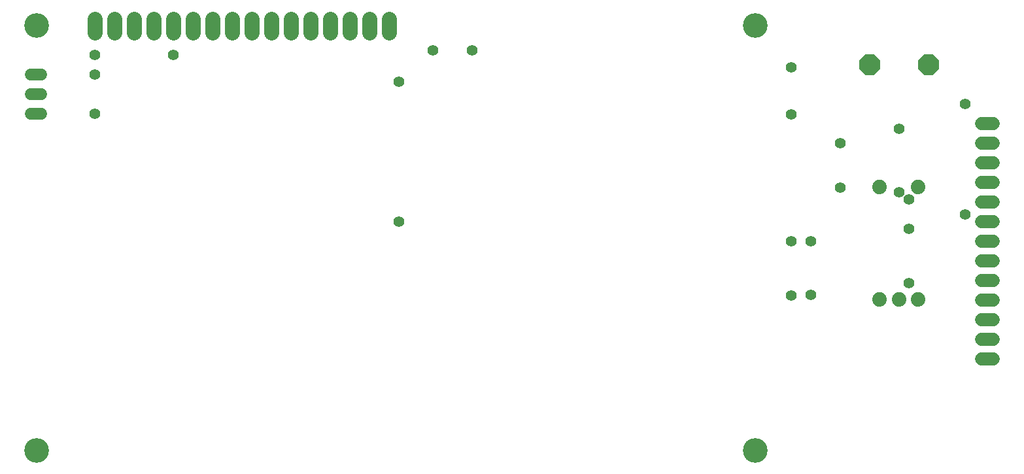
<source format=gts>
G75*
G70*
%OFA0B0*%
%FSLAX24Y24*%
%IPPOS*%
%LPD*%
%AMOC8*
5,1,8,0,0,1.08239X$1,22.5*
%
%ADD10C,0.0780*%
%ADD11C,0.1261*%
%ADD12C,0.0680*%
%ADD13C,0.0740*%
%ADD14OC8,0.1080*%
%ADD15C,0.0600*%
%ADD16C,0.0555*%
D10*
X004928Y023333D02*
X004928Y024033D01*
X005928Y024033D02*
X005928Y023333D01*
X006928Y023333D02*
X006928Y024033D01*
X007928Y024033D02*
X007928Y023333D01*
X008928Y023333D02*
X008928Y024033D01*
X009928Y024033D02*
X009928Y023333D01*
X010928Y023333D02*
X010928Y024033D01*
X011928Y024033D02*
X011928Y023333D01*
X012928Y023333D02*
X012928Y024033D01*
X013928Y024033D02*
X013928Y023333D01*
X014928Y023333D02*
X014928Y024033D01*
X015928Y024033D02*
X015928Y023333D01*
X016928Y023333D02*
X016928Y024033D01*
X017928Y024033D02*
X017928Y023333D01*
X018928Y023333D02*
X018928Y024033D01*
X019928Y024033D02*
X019928Y023333D01*
D11*
X001980Y002025D03*
X038595Y002025D03*
X038590Y023680D03*
X001980Y023680D03*
D12*
X050130Y018680D02*
X050730Y018680D01*
X050730Y017680D02*
X050130Y017680D01*
X050130Y016680D02*
X050730Y016680D01*
X050730Y015680D02*
X050130Y015680D01*
X050130Y014680D02*
X050730Y014680D01*
X050730Y013680D02*
X050130Y013680D01*
X050130Y012680D02*
X050730Y012680D01*
X050730Y011680D02*
X050130Y011680D01*
X050130Y010680D02*
X050730Y010680D01*
X050730Y009680D02*
X050130Y009680D01*
X050130Y008680D02*
X050730Y008680D01*
X050730Y007680D02*
X050130Y007680D01*
X050130Y006680D02*
X050730Y006680D01*
D13*
X046914Y009727D03*
X045930Y009727D03*
X044946Y009727D03*
X044946Y015436D03*
X046914Y015436D03*
D14*
X047430Y021680D03*
X044430Y021680D03*
D15*
X002190Y021180D02*
X001670Y021180D01*
X001670Y020180D02*
X002190Y020180D01*
X002190Y019180D02*
X001670Y019180D01*
D16*
X004930Y019180D03*
X004930Y021180D03*
X004930Y022180D03*
X008930Y022180D03*
X020430Y020805D03*
X022180Y022430D03*
X024180Y022430D03*
X040431Y021554D03*
X040430Y019165D03*
X042930Y017680D03*
X045930Y018430D03*
X049305Y019680D03*
X042930Y015430D03*
X045930Y015193D03*
X046430Y014805D03*
X049305Y014055D03*
X046430Y013305D03*
X041430Y012680D03*
X040430Y012680D03*
X040430Y009930D03*
X041430Y009942D03*
X046430Y010567D03*
X020430Y013680D03*
M02*

</source>
